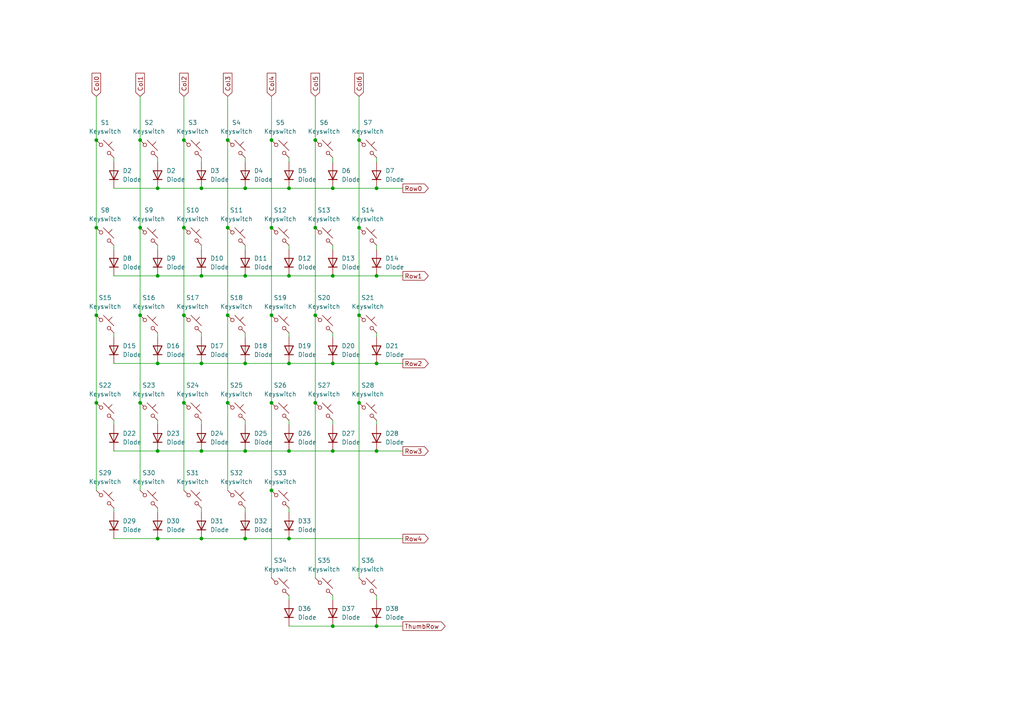
<source format=kicad_sch>
(kicad_sch (version 20250114) (generator "eeschema") (generator_version "9.0")
  (paper "A4")
  (title_block (title "TheFalcon[Left["))
  (lib_symbols
    (symbol "ScottoKeebs:Placeholder_Diode" (pin_numbers (hide yes)) (pin_names (hide yes))
      (property "Reference" "D" (at 0 2.54 0))
      (property "Value" "Diode" (at 0 -2.54 0))
      (symbol "Placeholder_Diode_0_1"
        (polyline (pts (xy -1.27 1.27) (xy -1.27 -1.27)) (stroke (width 0.254)))
        (polyline (pts (xy 1.27 1.27) (xy 1.27 -1.27) (xy -1.27 0) (xy 1.27 1.27)) (stroke (width 0.254)))
        (polyline (pts (xy 1.27 0) (xy -1.27 0)))
      )
      (symbol "Placeholder_Diode_1_1"
        (pin passive line (at -3.81 0 0) (length 2.54) (name "K") (number "1"))
        (pin passive line (at 3.81 0 180) (length 2.54) (name "A") (number "2"))
      )
    )
    (symbol "ScottoKeebs:Placeholder_Keyswitch" (pin_numbers (hide yes)) (pin_names (offset 1.016) (hide yes))
      (property "Reference" "S" (at 3.048 1.016 0))
      (property "Value" "Keyswitch" (at 0 -3.81 0))
      (symbol "Placeholder_Keyswitch_0_1"
        (polyline (pts (xy -2.54 2.54) (xy -1.524 1.524) (xy -1.524 1.524)))
        (circle (center -1.1684 1.1684) (radius 0.508))
        (polyline (pts (xy -0.508 2.54) (xy 2.54 -0.508)))
        (polyline (pts (xy 1.016 1.016) (xy 2.032 2.032)))
        (circle (center 1.143 -1.1938) (radius 0.508))
        (polyline (pts (xy 1.524 -1.524) (xy 2.54 -2.54) (xy 2.54 -2.54) (xy 2.54 -2.54)))
        (pin passive line (at -2.54 2.54 0) (length 0) (name "1") (number "1"))
        (pin passive line (at 2.54 -2.54 180) (length 0) (name "2") (number "2"))
      )
    )
  )
  (junction (at 104.14 91.44))
  (junction (at 104.14 116.84))
  (junction (at 104.14 66.04))
  (junction (at 40.64 91.44))
  (junction (at 27.94 66.04))
  (junction (at 78.74 40.64))
  (junction (at 45.72 156.21))
  (junction (at 27.94 116.84))
  (junction (at 58.42 156.21))
  (junction (at 83.82 156.21))
  (junction (at 45.72 130.81))
  (junction (at 83.82 130.81))
  (junction (at 53.34 91.44))
  (junction (at 66.04 66.04))
  (junction (at 66.04 40.64))
  (junction (at 27.94 40.64))
  (junction (at 78.74 142.24))
  (junction (at 53.34 116.84))
  (junction (at 66.04 116.84))
  (junction (at 104.14 40.64))
  (junction (at 71.12 105.41))
  (junction (at 40.64 40.64))
  (junction (at 71.12 156.21))
  (junction (at 58.42 80.01))
  (junction (at 91.44 40.64))
  (junction (at 91.44 91.44))
  (junction (at 109.22 130.81))
  (junction (at 53.34 40.64))
  (junction (at 83.82 54.61))
  (junction (at 109.22 181.61))
  (junction (at 58.42 130.81))
  (junction (at 66.04 91.44))
  (junction (at 109.22 54.61))
  (junction (at 78.74 91.44))
  (junction (at 78.74 116.84))
  (junction (at 71.12 54.61))
  (junction (at 96.52 80.01))
  (junction (at 40.64 66.04))
  (junction (at 91.44 116.84))
  (junction (at 58.42 54.61))
  (junction (at 71.12 80.01))
  (junction (at 45.72 105.41))
  (junction (at 53.34 66.04))
  (junction (at 45.72 80.01))
  (junction (at 109.22 105.41))
  (junction (at 71.12 130.81))
  (junction (at 27.94 91.44))
  (junction (at 58.42 105.41))
  (junction (at 78.74 66.04))
  (junction (at 109.22 80.01))
  (junction (at 91.44 66.04))
  (junction (at 96.52 54.61))
  (junction (at 83.82 80.01))
  (junction (at 96.52 105.41))
  (junction (at 40.64 116.84))
  (junction (at 45.72 54.61))
  (junction (at 96.52 181.61))
  (junction (at 83.82 105.41))
  (junction (at 96.52 130.81))
  (wire (pts (xy 71.12 80.01) (xy 83.82 80.01)))
  (wire (pts (xy 96.52 105.41) (xy 109.22 105.41)))
  (wire (pts (xy 33.02 80.01) (xy 45.72 80.01)))
  (wire (pts (xy 45.72 54.61) (xy 58.42 54.61)))
  (wire (pts (xy 40.64 91.44) (xy 40.64 116.84)))
  (wire (pts (xy 83.82 54.61) (xy 96.52 54.61)))
  (wire (pts (xy 71.12 54.61) (xy 83.82 54.61)))
  (wire (pts (xy 104.14 27.94) (xy 104.14 40.64)))
  (wire (pts (xy 58.42 156.21) (xy 71.12 156.21)))
  (wire (pts (xy 78.74 27.94) (xy 78.74 40.64)))
  (wire (pts (xy 33.02 147.32) (xy 33.02 148.59)))
  (wire (pts (xy 53.34 66.04) (xy 53.34 91.44)))
  (wire (pts (xy 45.72 121.92) (xy 45.72 123.19)))
  (wire (pts (xy 33.02 96.52) (xy 33.02 97.79)))
  (wire (pts (xy 27.94 116.84) (xy 27.94 142.24)))
  (wire (pts (xy 109.22 80.01) (xy 116.84 80.01)))
  (wire (pts (xy 33.02 71.12) (xy 33.02 72.39)))
  (wire (pts (xy 78.74 91.44) (xy 78.74 116.84)))
  (wire (pts (xy 83.82 105.41) (xy 96.52 105.41)))
  (wire (pts (xy 58.42 54.61) (xy 71.12 54.61)))
  (wire (pts (xy 96.52 96.52) (xy 96.52 97.79)))
  (wire (pts (xy 33.02 54.61) (xy 45.72 54.61)))
  (wire (pts (xy 109.22 45.72) (xy 109.22 46.99)))
  (wire (pts (xy 58.42 121.92) (xy 58.42 123.19)))
  (wire (pts (xy 40.64 40.64) (xy 40.64 66.04)))
  (wire (pts (xy 40.64 116.84) (xy 40.64 142.24)))
  (wire (pts (xy 91.44 66.04) (xy 91.44 91.44)))
  (wire (pts (xy 66.04 91.44) (xy 66.04 116.84)))
  (wire (pts (xy 66.04 27.94) (xy 66.04 40.64)))
  (wire (pts (xy 96.52 130.81) (xy 109.22 130.81)))
  (wire (pts (xy 83.82 172.72) (xy 83.82 173.99)))
  (wire (pts (xy 83.82 121.92) (xy 83.82 123.19)))
  (wire (pts (xy 109.22 105.41) (xy 116.84 105.41)))
  (wire (pts (xy 33.02 121.92) (xy 33.02 123.19)))
  (wire (pts (xy 78.74 116.84) (xy 78.74 142.24)))
  (wire (pts (xy 91.44 40.64) (xy 91.44 66.04)))
  (wire (pts (xy 83.82 156.21) (xy 116.84 156.21)))
  (wire (pts (xy 109.22 172.72) (xy 109.22 173.99)))
  (wire (pts (xy 91.44 27.94) (xy 91.44 40.64)))
  (wire (pts (xy 83.82 45.72) (xy 83.82 46.99)))
  (wire (pts (xy 109.22 130.81) (xy 116.84 130.81)))
  (wire (pts (xy 58.42 147.32) (xy 58.42 148.59)))
  (wire (pts (xy 83.82 80.01) (xy 96.52 80.01)))
  (wire (pts (xy 109.22 71.12) (xy 109.22 72.39)))
  (wire (pts (xy 104.14 116.84) (xy 104.14 167.64)))
  (wire (pts (xy 53.34 40.64) (xy 53.34 66.04)))
  (wire (pts (xy 83.82 130.81) (xy 96.52 130.81)))
  (wire (pts (xy 58.42 45.72) (xy 58.42 46.99)))
  (wire (pts (xy 66.04 40.64) (xy 66.04 66.04)))
  (wire (pts (xy 33.02 130.81) (xy 45.72 130.81)))
  (wire (pts (xy 33.02 105.41) (xy 45.72 105.41)))
  (wire (pts (xy 96.52 80.01) (xy 109.22 80.01)))
  (wire (pts (xy 71.12 96.52) (xy 71.12 97.79)))
  (wire (pts (xy 53.34 116.84) (xy 53.34 142.24)))
  (wire (pts (xy 45.72 105.41) (xy 58.42 105.41)))
  (wire (pts (xy 27.94 27.94) (xy 27.94 40.64)))
  (wire (pts (xy 96.52 45.72) (xy 96.52 46.99)))
  (wire (pts (xy 33.02 45.72) (xy 33.02 46.99)))
  (wire (pts (xy 45.72 147.32) (xy 45.72 148.59)))
  (wire (pts (xy 109.22 181.61) (xy 116.84 181.61)))
  (wire (pts (xy 109.22 96.52) (xy 109.22 97.79)))
  (wire (pts (xy 27.94 91.44) (xy 27.94 116.84)))
  (wire (pts (xy 91.44 91.44) (xy 91.44 116.84)))
  (wire (pts (xy 27.94 40.64) (xy 27.94 66.04)))
  (wire (pts (xy 78.74 40.64) (xy 78.74 66.04)))
  (wire (pts (xy 58.42 96.52) (xy 58.42 97.79)))
  (wire (pts (xy 71.12 71.12) (xy 71.12 72.39)))
  (wire (pts (xy 83.82 147.32) (xy 83.82 148.59)))
  (wire (pts (xy 83.82 181.61) (xy 96.52 181.61)))
  (wire (pts (xy 27.94 66.04) (xy 27.94 91.44)))
  (wire (pts (xy 109.22 121.92) (xy 109.22 123.19)))
  (wire (pts (xy 71.12 130.81) (xy 83.82 130.81)))
  (wire (pts (xy 45.72 80.01) (xy 58.42 80.01)))
  (wire (pts (xy 45.72 71.12) (xy 45.72 72.39)))
  (wire (pts (xy 58.42 71.12) (xy 58.42 72.39)))
  (wire (pts (xy 78.74 142.24) (xy 78.74 167.64)))
  (wire (pts (xy 71.12 105.41) (xy 83.82 105.41)))
  (wire (pts (xy 33.02 156.21) (xy 45.72 156.21)))
  (wire (pts (xy 104.14 40.64) (xy 104.14 66.04)))
  (wire (pts (xy 109.22 54.61) (xy 116.84 54.61)))
  (wire (pts (xy 96.52 121.92) (xy 96.52 123.19)))
  (wire (pts (xy 78.74 66.04) (xy 78.74 91.44)))
  (wire (pts (xy 71.12 156.21) (xy 83.82 156.21)))
  (wire (pts (xy 96.52 54.61) (xy 109.22 54.61)))
  (wire (pts (xy 45.72 45.72) (xy 45.72 46.99)))
  (wire (pts (xy 71.12 121.92) (xy 71.12 123.19)))
  (wire (pts (xy 45.72 156.21) (xy 58.42 156.21)))
  (wire (pts (xy 71.12 45.72) (xy 71.12 46.99)))
  (wire (pts (xy 96.52 181.61) (xy 109.22 181.61)))
  (wire (pts (xy 96.52 172.72) (xy 96.52 173.99)))
  (wire (pts (xy 40.64 27.94) (xy 40.64 40.64)))
  (wire (pts (xy 83.82 96.52) (xy 83.82 97.79)))
  (wire (pts (xy 83.82 71.12) (xy 83.82 72.39)))
  (wire (pts (xy 66.04 66.04) (xy 66.04 91.44)))
  (wire (pts (xy 58.42 80.01) (xy 71.12 80.01)))
  (wire (pts (xy 91.44 116.84) (xy 91.44 167.64)))
  (wire (pts (xy 104.14 91.44) (xy 104.14 116.84)))
  (wire (pts (xy 58.42 105.41) (xy 71.12 105.41)))
  (wire (pts (xy 71.12 147.32) (xy 71.12 148.59)))
  (wire (pts (xy 45.72 96.52) (xy 45.72 97.79)))
  (wire (pts (xy 96.52 71.12) (xy 96.52 72.39)))
  (wire (pts (xy 66.04 116.84) (xy 66.04 142.24)))
  (wire (pts (xy 40.64 66.04) (xy 40.64 91.44)))
  (wire (pts (xy 53.34 91.44) (xy 53.34 116.84)))
  (wire (pts (xy 104.14 66.04) (xy 104.14 91.44)))
  (wire (pts (xy 53.34 27.94) (xy 53.34 40.64)))
  (wire (pts (xy 45.72 130.81) (xy 58.42 130.81)))
  (wire (pts (xy 58.42 130.81) (xy 71.12 130.81)))
  (global_label "Row1" (shape output) (at 116.84 80.01 0) (property "Intersheetrefs" "${INTERSHEET_REFS}" (effects (hide yes))))
  (global_label "Row3" (shape output) (at 116.84 130.81 0) (property "Intersheetrefs" "${INTERSHEET_REFS}" (effects (hide yes))))
  (global_label "Col5" (shape input) (at 91.44 27.94 90) (property "Intersheetrefs" "${INTERSHEET_REFS}" (effects (hide yes))))
  (global_label "Col4" (shape input) (at 78.74 27.94 90) (property "Intersheetrefs" "${INTERSHEET_REFS}" (effects (hide yes))))
  (global_label "Col0" (shape input) (at 27.94 27.94 90) (property "Intersheetrefs" "${INTERSHEET_REFS}" (effects (hide yes))))
  (global_label "ThumbRow" (shape output) (at 116.84 181.61 0) (property "Intersheetrefs" "${INTERSHEET_REFS}" (effects (hide yes))))
  (global_label "Col1" (shape input) (at 40.64 27.94 90) (property "Intersheetrefs" "${INTERSHEET_REFS}" (effects (hide yes))))
  (global_label "Col3" (shape input) (at 66.04 27.94 90) (property "Intersheetrefs" "${INTERSHEET_REFS}" (effects (hide yes))))
  (global_label "Row4" (shape output) (at 116.84 156.21 0) (property "Intersheetrefs" "${INTERSHEET_REFS}" (effects (hide yes))))
  (global_label "Row0" (shape output) (at 116.84 54.61 0) (property "Intersheetrefs" "${INTERSHEET_REFS}" (effects (hide yes))))
  (global_label "Col6" (shape input) (at 104.14 27.94 90) (property "Intersheetrefs" "${INTERSHEET_REFS}" (effects (hide yes))))
  (global_label "Col2" (shape input) (at 53.34 27.94 90) (property "Intersheetrefs" "${INTERSHEET_REFS}" (effects (hide yes))))
  (global_label "Row2" (shape output) (at 116.84 105.41 0) (property "Intersheetrefs" "${INTERSHEET_REFS}" (effects (hide yes))))
  (symbol (lib_id "ScottoKeebs:Placeholder_Keyswitch") (at 43.18 119.38 0) (unit 1)
    (property "Reference" "S23" (at 43.18 111.76 0))
    (property "Value" "Keyswitch" (at 43.18 114.3 0))
    (property "Footprint" "MX_KS33:MX_KS33-Solderable-1U" (effects (hide yes)))
    (property "Description" "Push button switch, normally open, two pins, 45° tilted" (effects (hide yes)))
  )
  (symbol (lib_id "ScottoKeebs:Placeholder_Keyswitch") (at 81.28 119.38 0) (unit 1)
    (property "Reference" "S26" (at 81.28 111.76 0))
    (property "Value" "Keyswitch" (at 81.28 114.3 0))
    (property "Footprint" "MX_KS33:MX_KS33-Solderable-1U" (effects (hide yes)))
    (property "Description" "Push button switch, normally open, two pins, 45° tilted" (effects (hide yes)))
  )
  (symbol (lib_id "ScottoKeebs:Placeholder_Diode") (at 109.22 177.8 90) (unit 1)
    (property "Reference" "D38" (at 111.76 176.5299 90) (effects (justify right)))
    (property "Value" "Diode" (at 111.76 179.0699 90) (effects (justify right)))
    (property "Footprint" "Diode_SMD:D_SOD-123" (effects (hide yes)))
    (property "Description" "1N4148 (DO-35) or 1N4148W (SOD-123)" (effects (hide yes)))
    (property "Sim.Device" "D" (effects (hide yes)))
    (property "Sim.Pins" "1=K 2=A" (effects (hide yes)))
  )
  (symbol (lib_id "ScottoKeebs:Placeholder_Diode") (at 96.52 50.8 90) (unit 1)
    (property "Reference" "D6" (at 99.06 49.5299 90) (effects (justify right)))
    (property "Value" "Diode" (at 99.06 52.0699 90) (effects (justify right)))
    (property "Footprint" "Diode_SMD:D_SOD-123" (effects (hide yes)))
    (property "Description" "1N4148 (DO-35) or 1N4148W (SOD-123)" (effects (hide yes)))
    (property "Sim.Device" "D" (effects (hide yes)))
    (property "Sim.Pins" "1=K 2=A" (effects (hide yes)))
  )
  (symbol (lib_id "ScottoKeebs:Placeholder_Diode") (at 58.42 127 90) (unit 1)
    (property "Reference" "D24" (at 60.96 125.7299 90) (effects (justify right)))
    (property "Value" "Diode" (at 60.96 128.2699 90) (effects (justify right)))
    (property "Footprint" "Diode_SMD:D_SOD-123" (effects (hide yes)))
    (property "Description" "1N4148 (DO-35) or 1N4148W (SOD-123)" (effects (hide yes)))
    (property "Sim.Device" "D" (effects (hide yes)))
    (property "Sim.Pins" "1=K 2=A" (effects (hide yes)))
  )
  (symbol (lib_id "ScottoKeebs:Placeholder_Diode") (at 45.72 76.2 90) (unit 1)
    (property "Reference" "D9" (at 48.26 74.9299 90) (effects (justify right)))
    (property "Value" "Diode" (at 48.26 77.4699 90) (effects (justify right)))
    (property "Footprint" "Diode_SMD:D_SOD-123" (effects (hide yes)))
    (property "Description" "1N4148 (DO-35) or 1N4148W (SOD-123)" (effects (hide yes)))
    (property "Sim.Device" "D" (effects (hide yes)))
    (property "Sim.Pins" "1=K 2=A" (effects (hide yes)))
  )
  (symbol (lib_id "ScottoKeebs:Placeholder_Diode") (at 83.82 177.8 90) (unit 1)
    (property "Reference" "D36" (at 86.36 176.5299 90) (effects (justify right)))
    (property "Value" "Diode" (at 86.36 179.0699 90) (effects (justify right)))
    (property "Footprint" "Diode_SMD:D_SOD-123" (effects (hide yes)))
    (property "Description" "1N4148 (DO-35) or 1N4148W (SOD-123)" (effects (hide yes)))
    (property "Sim.Device" "D" (effects (hide yes)))
    (property "Sim.Pins" "1=K 2=A" (effects (hide yes)))
  )
  (symbol (lib_id "ScottoKeebs:Placeholder_Diode") (at 96.52 76.2 90) (unit 1)
    (property "Reference" "D13" (at 99.06 74.9299 90) (effects (justify right)))
    (property "Value" "Diode" (at 99.06 77.4699 90) (effects (justify right)))
    (property "Footprint" "Diode_SMD:D_SOD-123" (effects (hide yes)))
    (property "Description" "1N4148 (DO-35) or 1N4148W (SOD-123)" (effects (hide yes)))
    (property "Sim.Device" "D" (effects (hide yes)))
    (property "Sim.Pins" "1=K 2=A" (effects (hide yes)))
  )
  (symbol (lib_id "ScottoKeebs:Placeholder_Keyswitch") (at 93.98 68.58 0) (unit 1)
    (property "Reference" "S13" (at 93.98 60.96 0))
    (property "Value" "Keyswitch" (at 93.98 63.5 0))
    (property "Footprint" "MX_KS33:MX_KS33-Solderable-1U" (effects (hide yes)))
    (property "Description" "Push button switch, normally open, two pins, 45° tilted" (effects (hide yes)))
  )
  (symbol (lib_id "ScottoKeebs:Placeholder_Diode") (at 58.42 76.2 90) (unit 1)
    (property "Reference" "D10" (at 60.96 74.9299 90) (effects (justify right)))
    (property "Value" "Diode" (at 60.96 77.4699 90) (effects (justify right)))
    (property "Footprint" "Diode_SMD:D_SOD-123" (effects (hide yes)))
    (property "Description" "1N4148 (DO-35) or 1N4148W (SOD-123)" (effects (hide yes)))
    (property "Sim.Device" "D" (effects (hide yes)))
    (property "Sim.Pins" "1=K 2=A" (effects (hide yes)))
  )
  (symbol (lib_id "ScottoKeebs:Placeholder_Diode") (at 83.82 152.4 90) (unit 1)
    (property "Reference" "D33" (at 86.36 151.1299 90) (effects (justify right)))
    (property "Value" "Diode" (at 86.36 153.6699 90) (effects (justify right)))
    (property "Footprint" "Diode_SMD:D_SOD-123" (effects (hide yes)))
    (property "Description" "1N4148 (DO-35) or 1N4148W (SOD-123)" (effects (hide yes)))
    (property "Sim.Device" "D" (effects (hide yes)))
    (property "Sim.Pins" "1=K 2=A" (effects (hide yes)))
  )
  (symbol (lib_id "ScottoKeebs:Placeholder_Keyswitch") (at 30.48 144.78 0) (unit 1)
    (property "Reference" "S29" (at 30.48 137.16 0))
    (property "Value" "Keyswitch" (at 30.48 139.7 0))
    (property "Footprint" "MX_KS33:MX_KS33-Solderable-1U" (effects (hide yes)))
    (property "Description" "Push button switch, normally open, two pins, 45° tilted" (effects (hide yes)))
  )
  (symbol (lib_id "ScottoKeebs:Placeholder_Keyswitch") (at 30.48 43.18 0) (unit 1)
    (property "Reference" "S1" (at 30.48 35.56 0))
    (property "Value" "Keyswitch" (at 30.48 38.1 0))
    (property "Footprint" "MX_KS33:MX_KS33-Solderable-1U" (effects (hide yes)))
    (property "Description" "Push button switch, normally open, two pins, 45° tilted" (effects (hide yes)))
  )
  (symbol (lib_id "ScottoKeebs:Placeholder_Diode") (at 71.12 101.6 90) (unit 1)
    (property "Reference" "D18" (at 73.66 100.3299 90) (effects (justify right)))
    (property "Value" "Diode" (at 73.66 102.8699 90) (effects (justify right)))
    (property "Footprint" "Diode_SMD:D_SOD-123" (effects (hide yes)))
    (property "Description" "1N4148 (DO-35) or 1N4148W (SOD-123)" (effects (hide yes)))
    (property "Sim.Device" "D" (effects (hide yes)))
    (property "Sim.Pins" "1=K 2=A" (effects (hide yes)))
  )
  (symbol (lib_id "ScottoKeebs:Placeholder_Diode") (at 71.12 152.4 90) (unit 1)
    (property "Reference" "D32" (at 73.66 151.1299 90) (effects (justify right)))
    (property "Value" "Diode" (at 73.66 153.6699 90) (effects (justify right)))
    (property "Footprint" "Diode_SMD:D_SOD-123" (effects (hide yes)))
    (property "Description" "1N4148 (DO-35) or 1N4148W (SOD-123)" (effects (hide yes)))
    (property "Sim.Device" "D" (effects (hide yes)))
    (property "Sim.Pins" "1=K 2=A" (effects (hide yes)))
  )
  (symbol (lib_id "ScottoKeebs:Placeholder_Diode") (at 45.72 50.8 90) (unit 1)
    (property "Reference" "D2" (at 48.26 49.5299 90) (effects (justify right)))
    (property "Value" "Diode" (at 48.26 52.0699 90) (effects (justify right)))
    (property "Footprint" "Diode_SMD:D_SOD-123" (effects (hide yes)))
    (property "Description" "1N4148 (DO-35) or 1N4148W (SOD-123)" (effects (hide yes)))
    (property "Sim.Device" "D" (effects (hide yes)))
    (property "Sim.Pins" "1=K 2=A" (effects (hide yes)))
  )
  (symbol (lib_id "ScottoKeebs:Placeholder_Diode") (at 96.52 127 90) (unit 1)
    (property "Reference" "D27" (at 99.06 125.7299 90) (effects (justify right)))
    (property "Value" "Diode" (at 99.06 128.2699 90) (effects (justify right)))
    (property "Footprint" "Diode_SMD:D_SOD-123" (effects (hide yes)))
    (property "Description" "1N4148 (DO-35) or 1N4148W (SOD-123)" (effects (hide yes)))
    (property "Sim.Device" "D" (effects (hide yes)))
    (property "Sim.Pins" "1=K 2=A" (effects (hide yes)))
  )
  (symbol (lib_id "ScottoKeebs:Placeholder_Keyswitch") (at 106.68 119.38 0) (unit 1)
    (property "Reference" "S28" (at 106.68 111.76 0))
    (property "Value" "Keyswitch" (at 106.68 114.3 0))
    (property "Footprint" "MX_KS33:MX_KS33-Solderable-1U" (effects (hide yes)))
    (property "Description" "Push button switch, normally open, two pins, 45° tilted" (effects (hide yes)))
  )
  (symbol (lib_id "ScottoKeebs:Placeholder_Diode") (at 83.82 50.8 90) (unit 1)
    (property "Reference" "D5" (at 86.36 49.5299 90) (effects (justify right)))
    (property "Value" "Diode" (at 86.36 52.0699 90) (effects (justify right)))
    (property "Footprint" "Diode_SMD:D_SOD-123" (effects (hide yes)))
    (property "Description" "1N4148 (DO-35) or 1N4148W (SOD-123)" (effects (hide yes)))
    (property "Sim.Device" "D" (effects (hide yes)))
    (property "Sim.Pins" "1=K 2=A" (effects (hide yes)))
  )
  (symbol (lib_id "ScottoKeebs:Placeholder_Keyswitch") (at 68.58 144.78 0) (unit 1)
    (property "Reference" "S32" (at 68.58 137.16 0))
    (property "Value" "Keyswitch" (at 68.58 139.7 0))
    (property "Footprint" "MX_KS33:MX_KS33-Solderable-1U" (effects (hide yes)))
    (property "Description" "Push button switch, normally open, two pins, 45° tilted" (effects (hide yes)))
  )
  (symbol (lib_id "ScottoKeebs:Placeholder_Diode") (at 58.42 101.6 90) (unit 1)
    (property "Reference" "D17" (at 60.96 100.3299 90) (effects (justify right)))
    (property "Value" "Diode" (at 60.96 102.8699 90) (effects (justify right)))
    (property "Footprint" "Diode_SMD:D_SOD-123" (effects (hide yes)))
    (property "Description" "1N4148 (DO-35) or 1N4148W (SOD-123)" (effects (hide yes)))
    (property "Sim.Device" "D" (effects (hide yes)))
    (property "Sim.Pins" "1=K 2=A" (effects (hide yes)))
  )
  (symbol (lib_id "ScottoKeebs:Placeholder_Diode") (at 45.72 152.4 90) (unit 1)
    (property "Reference" "D30" (at 48.26 151.1299 90) (effects (justify right)))
    (property "Value" "Diode" (at 48.26 153.6699 90) (effects (justify right)))
    (property "Footprint" "Diode_SMD:D_SOD-123" (effects (hide yes)))
    (property "Description" "1N4148 (DO-35) or 1N4148W (SOD-123)" (effects (hide yes)))
    (property "Sim.Device" "D" (effects (hide yes)))
    (property "Sim.Pins" "1=K 2=A" (effects (hide yes)))
  )
  (symbol (lib_id "ScottoKeebs:Placeholder_Keyswitch") (at 81.28 93.98 0) (unit 1)
    (property "Reference" "S19" (at 81.28 86.36 0))
    (property "Value" "Keyswitch" (at 81.28 88.9 0))
    (property "Footprint" "MX_KS33:MX_KS33-Solderable-1U" (effects (hide yes)))
    (property "Description" "Push button switch, normally open, two pins, 45° tilted" (effects (hide yes)))
  )
  (symbol (lib_id "ScottoKeebs:Placeholder_Keyswitch") (at 30.48 93.98 0) (unit 1)
    (property "Reference" "S15" (at 30.48 86.36 0))
    (property "Value" "Keyswitch" (at 30.48 88.9 0))
    (property "Footprint" "MX_KS33:MX_KS33-Solderable-1U" (effects (hide yes)))
    (property "Description" "Push button switch, normally open, two pins, 45° tilted" (effects (hide yes)))
  )
  (symbol (lib_id "ScottoKeebs:Placeholder_Keyswitch") (at 81.28 144.78 0) (unit 1)
    (property "Reference" "S33" (at 81.28 137.16 0))
    (property "Value" "Keyswitch" (at 81.28 139.7 0))
    (property "Footprint" "MX_KS33:MX_KS33-Solderable-1U" (effects (hide yes)))
    (property "Description" "Push button switch, normally open, two pins, 45° tilted" (effects (hide yes)))
  )
  (symbol (lib_id "ScottoKeebs:Placeholder_Diode") (at 109.22 76.2 90) (unit 1)
    (property "Reference" "D14" (at 111.76 74.9299 90) (effects (justify right)))
    (property "Value" "Diode" (at 111.76 77.4699 90) (effects (justify right)))
    (property "Footprint" "Diode_SMD:D_SOD-123" (effects (hide yes)))
    (property "Description" "1N4148 (DO-35) or 1N4148W (SOD-123)" (effects (hide yes)))
    (property "Sim.Device" "D" (effects (hide yes)))
    (property "Sim.Pins" "1=K 2=A" (effects (hide yes)))
  )
  (symbol (lib_id "ScottoKeebs:Placeholder_Diode") (at 83.82 76.2 90) (unit 1)
    (property "Reference" "D12" (at 86.36 74.9299 90) (effects (justify right)))
    (property "Value" "Diode" (at 86.36 77.4699 90) (effects (justify right)))
    (property "Footprint" "Diode_SMD:D_SOD-123" (effects (hide yes)))
    (property "Description" "1N4148 (DO-35) or 1N4148W (SOD-123)" (effects (hide yes)))
    (property "Sim.Device" "D" (effects (hide yes)))
    (property "Sim.Pins" "1=K 2=A" (effects (hide yes)))
  )
  (symbol (lib_id "ScottoKeebs:Placeholder_Keyswitch") (at 93.98 170.18 0) (unit 1)
    (property "Reference" "S35" (at 93.98 162.56 0))
    (property "Value" "Keyswitch" (at 93.98 165.1 0))
    (property "Footprint" "MX_KS33:MX_KS33-Solderable-1.5U" (effects (hide yes)))
    (property "Description" "Push button switch, normally open, two pins, 45° tilted" (effects (hide yes)))
  )
  (symbol (lib_id "ScottoKeebs:Placeholder_Keyswitch") (at 30.48 119.38 0) (unit 1)
    (property "Reference" "S22" (at 30.48 111.76 0))
    (property "Value" "Keyswitch" (at 30.48 114.3 0))
    (property "Footprint" "MX_KS33:MX_KS33-Solderable-1U" (effects (hide yes)))
    (property "Description" "Push button switch, normally open, two pins, 45° tilted" (effects (hide yes)))
  )
  (symbol (lib_id "ScottoKeebs:Placeholder_Diode") (at 33.02 76.2 90) (unit 1)
    (property "Reference" "D8" (at 35.56 74.9299 90) (effects (justify right)))
    (property "Value" "Diode" (at 35.56 77.4699 90) (effects (justify right)))
    (property "Footprint" "Diode_SMD:D_SOD-123" (effects (hide yes)))
    (property "Description" "1N4148 (DO-35) or 1N4148W (SOD-123)" (effects (hide yes)))
    (property "Sim.Device" "D" (effects (hide yes)))
    (property "Sim.Pins" "1=K 2=A" (effects (hide yes)))
  )
  (symbol (lib_id "ScottoKeebs:Placeholder_Keyswitch") (at 43.18 144.78 0) (unit 1)
    (property "Reference" "S30" (at 43.18 137.16 0))
    (property "Value" "Keyswitch" (at 43.18 139.7 0))
    (property "Footprint" "MX_KS33:MX_KS33-Solderable-1U" (effects (hide yes)))
    (property "Description" "Push button switch, normally open, two pins, 45° tilted" (effects (hide yes)))
  )
  (symbol (lib_id "ScottoKeebs:Placeholder_Diode") (at 58.42 50.8 90) (unit 1)
    (property "Reference" "D3" (at 60.96 49.5299 90) (effects (justify right)))
    (property "Value" "Diode" (at 60.96 52.0699 90) (effects (justify right)))
    (property "Footprint" "Diode_SMD:D_SOD-123" (effects (hide yes)))
    (property "Description" "1N4148 (DO-35) or 1N4148W (SOD-123)" (effects (hide yes)))
    (property "Sim.Device" "D" (effects (hide yes)))
    (property "Sim.Pins" "1=K 2=A" (effects (hide yes)))
  )
  (symbol (lib_id "ScottoKeebs:Placeholder_Keyswitch") (at 68.58 68.58 0) (unit 1)
    (property "Reference" "S11" (at 68.58 60.96 0))
    (property "Value" "Keyswitch" (at 68.58 63.5 0))
    (property "Footprint" "MX_KS33:MX_KS33-Solderable-1U" (effects (hide yes)))
    (property "Description" "Push button switch, normally open, two pins, 45° tilted" (effects (hide yes)))
  )
  (symbol (lib_id "ScottoKeebs:Placeholder_Diode") (at 45.72 101.6 90) (unit 1)
    (property "Reference" "D16" (at 48.26 100.3299 90) (effects (justify right)))
    (property "Value" "Diode" (at 48.26 102.8699 90) (effects (justify right)))
    (property "Footprint" "Diode_SMD:D_SOD-123" (effects (hide yes)))
    (property "Description" "1N4148 (DO-35) or 1N4148W (SOD-123)" (effects (hide yes)))
    (property "Sim.Device" "D" (effects (hide yes)))
    (property "Sim.Pins" "1=K 2=A" (effects (hide yes)))
  )
  (symbol (lib_id "ScottoKeebs:Placeholder_Keyswitch") (at 93.98 93.98 0) (unit 1)
    (property "Reference" "S20" (at 93.98 86.36 0))
    (property "Value" "Keyswitch" (at 93.98 88.9 0))
    (property "Footprint" "MX_KS33:MX_KS33-Solderable-1U" (effects (hide yes)))
    (property "Description" "Push button switch, normally open, two pins, 45° tilted" (effects (hide yes)))
  )
  (symbol (lib_id "ScottoKeebs:Placeholder_Diode") (at 96.52 101.6 90) (unit 1)
    (property "Reference" "D20" (at 99.06 100.3299 90) (effects (justify right)))
    (property "Value" "Diode" (at 99.06 102.8699 90) (effects (justify right)))
    (property "Footprint" "Diode_SMD:D_SOD-123" (effects (hide yes)))
    (property "Description" "1N4148 (DO-35) or 1N4148W (SOD-123)" (effects (hide yes)))
    (property "Sim.Device" "D" (effects (hide yes)))
    (property "Sim.Pins" "1=K 2=A" (effects (hide yes)))
  )
  (symbol (lib_id "ScottoKeebs:Placeholder_Diode") (at 96.52 177.8 90) (unit 1)
    (property "Reference" "D37" (at 99.06 176.5299 90) (effects (justify right)))
    (property "Value" "Diode" (at 99.06 179.0699 90) (effects (justify right)))
    (property "Footprint" "Diode_SMD:D_SOD-123" (effects (hide yes)))
    (property "Description" "1N4148 (DO-35) or 1N4148W (SOD-123)" (effects (hide yes)))
    (property "Sim.Device" "D" (effects (hide yes)))
    (property "Sim.Pins" "1=K 2=A" (effects (hide yes)))
  )
  (symbol (lib_id "ScottoKeebs:Placeholder_Keyswitch") (at 93.98 43.18 0) (unit 1)
    (property "Reference" "S6" (at 93.98 35.56 0))
    (property "Value" "Keyswitch" (at 93.98 38.1 0))
    (property "Footprint" "MX_KS33:MX_KS33-Solderable-1U" (effects (hide yes)))
    (property "Description" "Push button switch, normally open, two pins, 45° tilted" (effects (hide yes)))
  )
  (symbol (lib_id "ScottoKeebs:Placeholder_Keyswitch") (at 106.68 43.18 0) (unit 1)
    (property "Reference" "S7" (at 106.68 35.56 0))
    (property "Value" "Keyswitch" (at 106.68 38.1 0))
    (property "Footprint" "MX_KS33:MX_KS33-Solderable-1U" (effects (hide yes)))
    (property "Description" "Push button switch, normally open, two pins, 45° tilted" (effects (hide yes)))
  )
  (symbol (lib_id "ScottoKeebs:Placeholder_Diode") (at 33.02 50.8 90) (unit 1)
    (property "Reference" "D2" (at 35.56 49.5299 90) (effects (justify right)))
    (property "Value" "Diode" (at 35.56 52.0699 90) (effects (justify right)))
    (property "Footprint" "Diode_SMD:Nexperia_CFP3_SOD-123W" (effects (hide yes)))
    (property "Description" "1N4148 (DO-35) or 1N4148W (SOD-123)" (effects (hide yes)))
    (property "Sim.Device" "D" (effects (hide yes)))
    (property "Sim.Pins" "1=K 2=A" (effects (hide yes)))
  )
  (symbol (lib_id "ScottoKeebs:Placeholder_Keyswitch") (at 68.58 93.98 0) (unit 1)
    (property "Reference" "S18" (at 68.58 86.36 0))
    (property "Value" "Keyswitch" (at 68.58 88.9 0))
    (property "Footprint" "MX_KS33:MX_KS33-Solderable-1U" (effects (hide yes)))
    (property "Description" "Push button switch, normally open, two pins, 45° tilted" (effects (hide yes)))
  )
  (symbol (lib_id "ScottoKeebs:Placeholder_Keyswitch") (at 81.28 68.58 0) (unit 1)
    (property "Reference" "S12" (at 81.28 60.96 0))
    (property "Value" "Keyswitch" (at 81.28 63.5 0))
    (property "Footprint" "MX_KS33:MX_KS33-Solderable-1U" (effects (hide yes)))
    (property "Description" "Push button switch, normally open, two pins, 45° tilted" (effects (hide yes)))
  )
  (symbol (lib_id "ScottoKeebs:Placeholder_Keyswitch") (at 55.88 68.58 0) (unit 1)
    (property "Reference" "S10" (at 55.88 60.96 0))
    (property "Value" "Keyswitch" (at 55.88 63.5 0))
    (property "Footprint" "MX_KS33:MX_KS33-Solderable-1U" (effects (hide yes)))
    (property "Description" "Push button switch, normally open, two pins, 45° tilted" (effects (hide yes)))
  )
  (symbol (lib_id "ScottoKeebs:Placeholder_Keyswitch") (at 68.58 43.18 0) (unit 1)
    (property "Reference" "S4" (at 68.58 35.56 0))
    (property "Value" "Keyswitch" (at 68.58 38.1 0))
    (property "Footprint" "MX_KS33:MX_KS33-Solderable-1U" (effects (hide yes)))
    (property "Description" "Push button switch, normally open, two pins, 45° tilted" (effects (hide yes)))
  )
  (symbol (lib_id "ScottoKeebs:Placeholder_Keyswitch") (at 55.88 43.18 0) (unit 1)
    (property "Reference" "S3" (at 55.88 35.56 0))
    (property "Value" "Keyswitch" (at 55.88 38.1 0))
    (property "Footprint" "MX_KS33:MX_KS33-Solderable-1U" (effects (hide yes)))
    (property "Description" "Push button switch, normally open, two pins, 45° tilted" (effects (hide yes)))
  )
  (symbol (lib_id "ScottoKeebs:Placeholder_Keyswitch") (at 106.68 93.98 0) (unit 1)
    (property "Reference" "S21" (at 106.68 86.36 0))
    (property "Value" "Keyswitch" (at 106.68 88.9 0))
    (property "Footprint" "MX_KS33:MX_KS33-Solderable-1U" (effects (hide yes)))
    (property "Description" "Push button switch, normally open, two pins, 45° tilted" (effects (hide yes)))
  )
  (symbol (lib_id "ScottoKeebs:Placeholder_Diode") (at 33.02 152.4 90) (unit 1)
    (property "Reference" "D29" (at 35.56 151.1299 90) (effects (justify right)))
    (property "Value" "Diode" (at 35.56 153.6699 90) (effects (justify right)))
    (property "Footprint" "Diode_SMD:D_SOD-123" (effects (hide yes)))
    (property "Description" "1N4148 (DO-35) or 1N4148W (SOD-123)" (effects (hide yes)))
    (property "Sim.Device" "D" (effects (hide yes)))
    (property "Sim.Pins" "1=K 2=A" (effects (hide yes)))
  )
  (symbol (lib_id "ScottoKeebs:Placeholder_Keyswitch") (at 93.98 119.38 0) (unit 1)
    (property "Reference" "S27" (at 93.98 111.76 0))
    (property "Value" "Keyswitch" (at 93.98 114.3 0))
    (property "Footprint" "MX_KS33:MX_KS33-Solderable-1U" (effects (hide yes)))
    (property "Description" "Push button switch, normally open, two pins, 45° tilted" (effects (hide yes)))
  )
  (symbol (lib_id "ScottoKeebs:Placeholder_Diode") (at 71.12 127 90) (unit 1)
    (property "Reference" "D25" (at 73.66 125.7299 90) (effects (justify right)))
    (property "Value" "Diode" (at 73.66 128.2699 90) (effects (justify right)))
    (property "Footprint" "Diode_SMD:D_SOD-123" (effects (hide yes)))
    (property "Description" "1N4148 (DO-35) or 1N4148W (SOD-123)" (effects (hide yes)))
    (property "Sim.Device" "D" (effects (hide yes)))
    (property "Sim.Pins" "1=K 2=A" (effects (hide yes)))
  )
  (symbol (lib_id "ScottoKeebs:Placeholder_Diode") (at 83.82 127 90) (unit 1)
    (property "Reference" "D26" (at 86.36 125.7299 90) (effects (justify right)))
    (property "Value" "Diode" (at 86.36 128.2699 90) (effects (justify right)))
    (property "Footprint" "Diode_SMD:D_SOD-123" (effects (hide yes)))
    (property "Description" "1N4148 (DO-35) or 1N4148W (SOD-123)" (effects (hide yes)))
    (property "Sim.Device" "D" (effects (hide yes)))
    (property "Sim.Pins" "1=K 2=A" (effects (hide yes)))
  )
  (symbol (lib_id "ScottoKeebs:Placeholder_Keyswitch") (at 43.18 43.18 0) (unit 1)
    (property "Reference" "S2" (at 43.18 35.56 0))
    (property "Value" "Keyswitch" (at 43.18 38.1 0))
    (property "Footprint" "MX_KS33:MX_KS33-Solderable-1U" (effects (hide yes)))
    (property "Description" "Push button switch, normally open, two pins, 45° tilted" (effects (hide yes)))
  )
  (symbol (lib_id "ScottoKeebs:Placeholder_Keyswitch") (at 43.18 93.98 0) (unit 1)
    (property "Reference" "S16" (at 43.18 86.36 0))
    (property "Value" "Keyswitch" (at 43.18 88.9 0))
    (property "Footprint" "MX_KS33:MX_KS33-Solderable-1U" (effects (hide yes)))
    (property "Description" "Push button switch, normally open, two pins, 45° tilted" (effects (hide yes)))
  )
  (symbol (lib_id "ScottoKeebs:Placeholder_Keyswitch") (at 81.28 170.18 0) (unit 1)
    (property "Reference" "S34" (at 81.28 162.56 0))
    (property "Value" "Keyswitch" (at 81.28 165.1 0))
    (property "Footprint" "MX_KS33:MX_KS33-Solderable-1U" (effects (hide yes)))
    (property "Description" "Push button switch, normally open, two pins, 45° tilted" (effects (hide yes)))
  )
  (symbol (lib_id "ScottoKeebs:Placeholder_Keyswitch") (at 43.18 68.58 0) (unit 1)
    (property "Reference" "S9" (at 43.18 60.96 0))
    (property "Value" "Keyswitch" (at 43.18 63.5 0))
    (property "Footprint" "MX_KS33:MX_KS33-Solderable-1U" (effects (hide yes)))
    (property "Description" "Push button switch, normally open, two pins, 45° tilted" (effects (hide yes)))
  )
  (symbol (lib_id "ScottoKeebs:Placeholder_Diode") (at 45.72 127 90) (unit 1)
    (property "Reference" "D23" (at 48.26 125.7299 90) (effects (justify right)))
    (property "Value" "Diode" (at 48.26 128.2699 90) (effects (justify right)))
    (property "Footprint" "Diode_SMD:D_SOD-123" (effects (hide yes)))
    (property "Description" "1N4148 (DO-35) or 1N4148W (SOD-123)" (effects (hide yes)))
    (property "Sim.Device" "D" (effects (hide yes)))
    (property "Sim.Pins" "1=K 2=A" (effects (hide yes)))
  )
  (symbol (lib_id "ScottoKeebs:Placeholder_Diode") (at 71.12 50.8 90) (unit 1)
    (property "Reference" "D4" (at 73.66 49.5299 90) (effects (justify right)))
    (property "Value" "Diode" (at 73.66 52.0699 90) (effects (justify right)))
    (property "Footprint" "Diode_SMD:D_SOD-123" (effects (hide yes)))
    (property "Description" "1N4148 (DO-35) or 1N4148W (SOD-123)" (effects (hide yes)))
    (property "Sim.Device" "D" (effects (hide yes)))
    (property "Sim.Pins" "1=K 2=A" (effects (hide yes)))
  )
  (symbol (lib_id "ScottoKeebs:Placeholder_Diode") (at 109.22 127 90) (unit 1)
    (property "Reference" "D28" (at 111.76 125.7299 90) (effects (justify right)))
    (property "Value" "Diode" (at 111.76 128.2699 90) (effects (justify right)))
    (property "Footprint" "Diode_SMD:D_SOD-123" (effects (hide yes)))
    (property "Description" "1N4148 (DO-35) or 1N4148W (SOD-123)" (effects (hide yes)))
    (property "Sim.Device" "D" (effects (hide yes)))
    (property "Sim.Pins" "1=K 2=A" (effects (hide yes)))
  )
  (symbol (lib_id "ScottoKeebs:Placeholder_Keyswitch") (at 106.68 68.58 0) (unit 1)
    (property "Reference" "S14" (at 106.68 60.96 0))
    (property "Value" "Keyswitch" (at 106.68 63.5 0))
    (property "Footprint" "MX_KS33:MX_KS33-Solderable-1U" (effects (hide yes)))
    (property "Description" "Push button switch, normally open, two pins, 45° tilted" (effects (hide yes)))
  )
  (symbol (lib_id "ScottoKeebs:Placeholder_Diode") (at 109.22 50.8 90) (unit 1)
    (property "Reference" "D7" (at 111.76 49.5299 90) (effects (justify right)))
    (property "Value" "Diode" (at 111.76 52.0699 90) (effects (justify right)))
    (property "Footprint" "Diode_SMD:D_SOD-123" (effects (hide yes)))
    (property "Description" "1N4148 (DO-35) or 1N4148W (SOD-123)" (effects (hide yes)))
    (property "Sim.Device" "D" (effects (hide yes)))
    (property "Sim.Pins" "1=K 2=A" (effects (hide yes)))
  )
  (symbol (lib_id "ScottoKeebs:Placeholder_Keyswitch") (at 81.28 43.18 0) (unit 1)
    (property "Reference" "S5" (at 81.28 35.56 0))
    (property "Value" "Keyswitch" (at 81.28 38.1 0))
    (property "Footprint" "MX_KS33:MX_KS33-Solderable-1U" (effects (hide yes)))
    (property "Description" "Push button switch, normally open, two pins, 45° tilted" (effects (hide yes)))
  )
  (symbol (lib_id "ScottoKeebs:Placeholder_Keyswitch") (at 30.48 68.58 0) (unit 1)
    (property "Reference" "S8" (at 30.48 60.96 0))
    (property "Value" "Keyswitch" (at 30.48 63.5 0))
    (property "Footprint" "MX_KS33:MX_KS33-Solderable-1U" (effects (hide yes)))
    (property "Description" "Push button switch, normally open, two pins, 45° tilted" (effects (hide yes)))
  )
  (symbol (lib_id "ScottoKeebs:Placeholder_Diode") (at 83.82 101.6 90) (unit 1)
    (property "Reference" "D19" (at 86.36 100.3299 90) (effects (justify right)))
    (property "Value" "Diode" (at 86.36 102.8699 90) (effects (justify right)))
    (property "Footprint" "Diode_SMD:D_SOD-123" (effects (hide yes)))
    (property "Description" "1N4148 (DO-35) or 1N4148W (SOD-123)" (effects (hide yes)))
    (property "Sim.Device" "D" (effects (hide yes)))
    (property "Sim.Pins" "1=K 2=A" (effects (hide yes)))
  )
  (symbol (lib_id "ScottoKeebs:Placeholder_Keyswitch") (at 55.88 93.98 0) (unit 1)
    (property "Reference" "S17" (at 55.88 86.36 0))
    (property "Value" "Keyswitch" (at 55.88 88.9 0))
    (property "Footprint" "MX_KS33:MX_KS33-Solderable-1U" (effects (hide yes)))
    (property "Description" "Push button switch, normally open, two pins, 45° tilted" (effects (hide yes)))
  )
  (symbol (lib_id "ScottoKeebs:Placeholder_Keyswitch") (at 55.88 119.38 0) (unit 1)
    (property "Reference" "S24" (at 55.88 111.76 0))
    (property "Value" "Keyswitch" (at 55.88 114.3 0))
    (property "Footprint" "MX_KS33:MX_KS33-Solderable-1U" (effects (hide yes)))
    (property "Description" "Push button switch, normally open, two pins, 45° tilted" (effects (hide yes)))
  )
  (symbol (lib_id "ScottoKeebs:Placeholder_Diode") (at 33.02 101.6 90) (unit 1)
    (property "Reference" "D15" (at 35.56 100.3299 90) (effects (justify right)))
    (property "Value" "Diode" (at 35.56 102.8699 90) (effects (justify right)))
    (property "Footprint" "Diode_SMD:D_SOD-123" (effects (hide yes)))
    (property "Description" "1N4148 (DO-35) or 1N4148W (SOD-123)" (effects (hide yes)))
    (property "Sim.Device" "D" (effects (hide yes)))
    (property "Sim.Pins" "1=K 2=A" (effects (hide yes)))
  )
  (symbol (lib_id "ScottoKeebs:Placeholder_Diode") (at 109.22 101.6 90) (unit 1)
    (property "Reference" "D21" (at 111.76 100.3299 90) (effects (justify right)))
    (property "Value" "Diode" (at 111.76 102.8699 90) (effects (justify right)))
    (property "Footprint" "Diode_SMD:D_SOD-123" (effects (hide yes)))
    (property "Description" "1N4148 (DO-35) or 1N4148W (SOD-123)" (effects (hide yes)))
    (property "Sim.Device" "D" (effects (hide yes)))
    (property "Sim.Pins" "1=K 2=A" (effects (hide yes)))
  )
  (symbol (lib_id "ScottoKeebs:Placeholder_Keyswitch") (at 68.58 119.38 0) (unit 1)
    (property "Reference" "S25" (at 68.58 111.76 0))
    (property "Value" "Keyswitch" (at 68.58 114.3 0))
    (property "Footprint" "MX_KS33:MX_KS33-Solderable-1U" (effects (hide yes)))
    (property "Description" "Push button switch, normally open, two pins, 45° tilted" (effects (hide yes)))
  )
  (symbol (lib_id "ScottoKeebs:Placeholder_Keyswitch") (at 106.68 170.18 0) (unit 1)
    (property "Reference" "S36" (at 106.68 162.56 0))
    (property "Value" "Keyswitch" (at 106.68 165.1 0))
    (property "Footprint" "MX_KS33:MX_KS33-Solderable-1.5U" (effects (hide yes)))
    (property "Description" "Push button switch, normally open, two pins, 45° tilted" (effects (hide yes)))
  )
  (symbol (lib_id "ScottoKeebs:Placeholder_Diode") (at 33.02 127 90) (unit 1)
    (property "Reference" "D22" (at 35.56 125.7299 90) (effects (justify right)))
    (property "Value" "Diode" (at 35.56 128.2699 90) (effects (justify right)))
    (property "Footprint" "Diode_SMD:D_SOD-123" (effects (hide yes)))
    (property "Description" "1N4148 (DO-35) or 1N4148W (SOD-123)" (effects (hide yes)))
    (property "Sim.Device" "D" (effects (hide yes)))
    (property "Sim.Pins" "1=K 2=A" (effects (hide yes)))
  )
  (symbol (lib_id "ScottoKeebs:Placeholder_Keyswitch") (at 55.88 144.78 0) (unit 1)
    (property "Reference" "S31" (at 55.88 137.16 0))
    (property "Value" "Keyswitch" (at 55.88 139.7 0))
    (property "Footprint" "MX_KS33:MX_KS33-Solderable-1U" (effects (hide yes)))
    (property "Description" "Push button switch, normally open, two pins, 45° tilted" (effects (hide yes)))
  )
  (symbol (lib_id "ScottoKeebs:Placeholder_Diode") (at 58.42 152.4 90) (unit 1)
    (property "Reference" "D31" (at 60.96 151.1299 90) (effects (justify right)))
    (property "Value" "Diode" (at 60.96 153.6699 90) (effects (justify right)))
    (property "Footprint" "Diode_SMD:D_SOD-123" (effects (hide yes)))
    (property "Description" "1N4148 (DO-35) or 1N4148W (SOD-123)" (effects (hide yes)))
    (property "Sim.Device" "D" (effects (hide yes)))
    (property "Sim.Pins" "1=K 2=A" (effects (hide yes)))
  )
  (symbol (lib_id "ScottoKeebs:Placeholder_Diode") (at 71.12 76.2 90) (unit 1)
    (property "Reference" "D11" (at 73.66 74.9299 90) (effects (justify right)))
    (property "Value" "Diode" (at 73.66 77.4699 90) (effects (justify right)))
    (property "Footprint" "Diode_SMD:D_SOD-123" (effects (hide yes)))
    (property "Description" "1N4148 (DO-35) or 1N4148W (SOD-123)" (effects (hide yes)))
    (property "Sim.Device" "D" (effects (hide yes)))
    (property "Sim.Pins" "1=K 2=A" (effects (hide yes)))
  )
)
</source>
